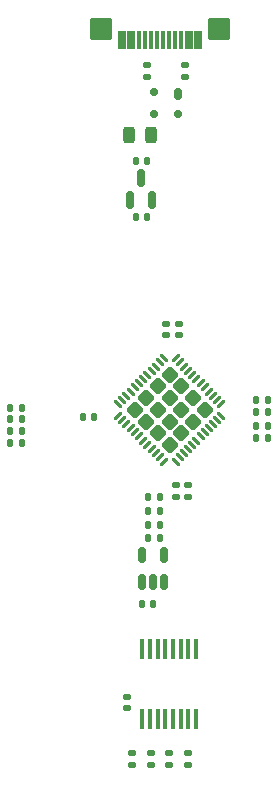
<source format=gbr>
%TF.GenerationSoftware,KiCad,Pcbnew,8.0.8*%
%TF.CreationDate,2025-03-01T19:05:43+01:00*%
%TF.ProjectId,numbpad,6e756d62-7061-4642-9e6b-696361645f70,rev?*%
%TF.SameCoordinates,Original*%
%TF.FileFunction,Paste,Bot*%
%TF.FilePolarity,Positive*%
%FSLAX46Y46*%
G04 Gerber Fmt 4.6, Leading zero omitted, Abs format (unit mm)*
G04 Created by KiCad (PCBNEW 8.0.8) date 2025-03-01 19:05:43*
%MOMM*%
%LPD*%
G01*
G04 APERTURE LIST*
G04 Aperture macros list*
%AMRoundRect*
0 Rectangle with rounded corners*
0 $1 Rounding radius*
0 $2 $3 $4 $5 $6 $7 $8 $9 X,Y pos of 4 corners*
0 Add a 4 corners polygon primitive as box body*
4,1,4,$2,$3,$4,$5,$6,$7,$8,$9,$2,$3,0*
0 Add four circle primitives for the rounded corners*
1,1,$1+$1,$2,$3*
1,1,$1+$1,$4,$5*
1,1,$1+$1,$6,$7*
1,1,$1+$1,$8,$9*
0 Add four rect primitives between the rounded corners*
20,1,$1+$1,$2,$3,$4,$5,0*
20,1,$1+$1,$4,$5,$6,$7,0*
20,1,$1+$1,$6,$7,$8,$9,0*
20,1,$1+$1,$8,$9,$2,$3,0*%
G04 Aperture macros list end*
%ADD10RoundRect,0.140000X-0.170000X0.140000X-0.170000X-0.140000X0.170000X-0.140000X0.170000X0.140000X0*%
%ADD11R,0.419100X1.778000*%
%ADD12RoundRect,0.135000X-0.185000X0.135000X-0.185000X-0.135000X0.185000X-0.135000X0.185000X0.135000X0*%
%ADD13RoundRect,0.135000X-0.135000X-0.185000X0.135000X-0.185000X0.135000X0.185000X-0.135000X0.185000X0*%
%ADD14RoundRect,0.140000X0.140000X0.170000X-0.140000X0.170000X-0.140000X-0.170000X0.140000X-0.170000X0*%
%ADD15RoundRect,0.140000X-0.140000X-0.170000X0.140000X-0.170000X0.140000X0.170000X-0.140000X0.170000X0*%
%ADD16RoundRect,0.140000X0.170000X-0.140000X0.170000X0.140000X-0.170000X0.140000X-0.170000X-0.140000X0*%
%ADD17RoundRect,0.135000X0.135000X0.185000X-0.135000X0.185000X-0.135000X-0.185000X0.135000X-0.185000X0*%
%ADD18RoundRect,0.250000X0.445477X0.000000X0.000000X0.445477X-0.445477X0.000000X0.000000X-0.445477X0*%
%ADD19RoundRect,0.062500X0.309359X-0.220971X-0.220971X0.309359X-0.309359X0.220971X0.220971X-0.309359X0*%
%ADD20RoundRect,0.062500X0.309359X0.220971X0.220971X0.309359X-0.309359X-0.220971X-0.220971X-0.309359X0*%
%ADD21RoundRect,0.050000X-0.300000X-0.725000X0.300000X-0.725000X0.300000X0.725000X-0.300000X0.725000X0*%
%ADD22RoundRect,0.050000X-0.150000X-0.725000X0.150000X-0.725000X0.150000X0.725000X-0.150000X0.725000X0*%
%ADD23RoundRect,0.050000X-0.850000X-0.850000X0.850000X-0.850000X0.850000X0.850000X-0.850000X0.850000X0*%
%ADD24RoundRect,0.150000X0.150000X-0.512500X0.150000X0.512500X-0.150000X0.512500X-0.150000X-0.512500X0*%
%ADD25RoundRect,0.150000X0.150000X-0.587500X0.150000X0.587500X-0.150000X0.587500X-0.150000X-0.587500X0*%
%ADD26RoundRect,0.243750X0.243750X0.456250X-0.243750X0.456250X-0.243750X-0.456250X0.243750X-0.456250X0*%
%ADD27RoundRect,0.175000X0.175000X0.325000X-0.175000X0.325000X-0.175000X-0.325000X0.175000X-0.325000X0*%
%ADD28RoundRect,0.150000X0.200000X0.150000X-0.200000X0.150000X-0.200000X-0.150000X0.200000X-0.150000X0*%
G04 APERTURE END LIST*
D10*
%TO.C,C7*%
X144462500Y-105402500D03*
X144462500Y-106362500D03*
%TD*%
%TO.C,C8*%
X143468750Y-105402500D03*
X143468750Y-106362500D03*
%TD*%
D11*
%TO.C,U4*%
X140601700Y-119263160D03*
X141251940Y-119263160D03*
X141902180Y-119263160D03*
X142552420Y-119263160D03*
X143197580Y-119263160D03*
X143847820Y-119263160D03*
X144498060Y-119263160D03*
X145148300Y-119263160D03*
X145148300Y-125211840D03*
X144498060Y-125211840D03*
X143847820Y-125211840D03*
X143197580Y-125211840D03*
X142552420Y-125211840D03*
X141902180Y-125211840D03*
X141251940Y-125211840D03*
X140601700Y-125211840D03*
%TD*%
D12*
%TO.C,R_USB2*%
X144164150Y-69784850D03*
X144164150Y-70804850D03*
%TD*%
%TO.C,R9*%
X144462500Y-128077500D03*
X144462500Y-129097500D03*
%TD*%
%TO.C,R7*%
X142875000Y-128077500D03*
X142875000Y-129097500D03*
%TD*%
D13*
%TO.C,R1*%
X150240872Y-98228801D03*
X151260872Y-98228801D03*
%TD*%
D14*
%TO.C,C5*%
X136525000Y-99618750D03*
X135565000Y-99618750D03*
%TD*%
D15*
%TO.C,C1*%
X150240872Y-101403801D03*
X151200872Y-101403801D03*
%TD*%
%TO.C,C11*%
X140541987Y-115462072D03*
X141501987Y-115462072D03*
%TD*%
%TO.C,C_LDO1*%
X140013750Y-77931250D03*
X140973750Y-77931250D03*
%TD*%
D16*
%TO.C,C3*%
X142575000Y-92672551D03*
X142575000Y-91712551D03*
%TD*%
D15*
%TO.C,C4*%
X150246844Y-100429031D03*
X151206844Y-100429031D03*
%TD*%
D17*
%TO.C,R5*%
X130401250Y-98825000D03*
X129381250Y-98825000D03*
%TD*%
D14*
%TO.C,C10*%
X142051250Y-109912072D03*
X141091250Y-109912072D03*
%TD*%
D17*
%TO.C,R13*%
X142072427Y-106362500D03*
X141052427Y-106362500D03*
%TD*%
D18*
%TO.C,U1*%
X142915704Y-101992399D03*
X143905653Y-101002450D03*
X144895603Y-100012500D03*
X145885552Y-99022551D03*
X141925755Y-101002450D03*
X142915704Y-100012500D03*
X143905653Y-99022551D03*
X144895603Y-98032602D03*
X140935805Y-100012500D03*
X141925755Y-99022551D03*
X142915704Y-98032602D03*
X143905653Y-97042652D03*
X139945856Y-99022551D03*
X140935805Y-98032602D03*
X141925755Y-97042652D03*
X142915704Y-96052703D03*
D19*
X147290927Y-99508687D03*
X146937374Y-99862240D03*
X146583820Y-100215794D03*
X146230267Y-100569347D03*
X145876714Y-100922900D03*
X145523160Y-101276454D03*
X145169607Y-101630007D03*
X144816053Y-101983561D03*
X144462500Y-102337114D03*
X144108947Y-102690667D03*
X143755393Y-103044221D03*
X143401840Y-103397774D03*
D20*
X142429568Y-103397774D03*
X142076015Y-103044221D03*
X141722461Y-102690667D03*
X141368908Y-102337114D03*
X141015355Y-101983561D03*
X140661801Y-101630007D03*
X140308248Y-101276454D03*
X139954694Y-100922900D03*
X139601141Y-100569347D03*
X139247588Y-100215794D03*
X138894034Y-99862240D03*
X138540481Y-99508687D03*
D19*
X138540481Y-98536415D03*
X138894034Y-98182862D03*
X139247588Y-97829308D03*
X139601141Y-97475755D03*
X139954694Y-97122202D03*
X140308248Y-96768648D03*
X140661801Y-96415095D03*
X141015355Y-96061541D03*
X141368908Y-95707988D03*
X141722461Y-95354435D03*
X142076015Y-95000881D03*
X142429568Y-94647328D03*
D20*
X143401840Y-94647328D03*
X143755393Y-95000881D03*
X144108947Y-95354435D03*
X144462500Y-95707988D03*
X144816053Y-96061541D03*
X145169607Y-96415095D03*
X145523160Y-96768648D03*
X145876714Y-97122202D03*
X146230267Y-97475755D03*
X146583820Y-97829308D03*
X146937374Y-98182862D03*
X147290927Y-98536415D03*
%TD*%
D13*
%TO.C,R12*%
X141061250Y-108743750D03*
X142081250Y-108743750D03*
%TD*%
D10*
%TO.C,C9*%
X139306250Y-123345000D03*
X139306250Y-124305000D03*
%TD*%
D15*
%TO.C,C_LDO2*%
X140013750Y-82693750D03*
X140973750Y-82693750D03*
%TD*%
D17*
%TO.C,R3*%
X130391710Y-101837418D03*
X129371710Y-101837418D03*
%TD*%
D21*
%TO.C,USB1*%
X138856250Y-67677000D03*
X139631250Y-67677000D03*
D22*
X140331250Y-67677000D03*
X140831250Y-67677000D03*
X141331250Y-67677000D03*
X141831250Y-67677000D03*
X142331250Y-67677000D03*
X142831250Y-67677000D03*
X143331250Y-67677000D03*
X143831250Y-67677000D03*
D21*
X144531250Y-67677000D03*
X145306250Y-67677000D03*
D23*
X137081250Y-66782000D03*
X147081250Y-66782000D03*
%TD*%
D16*
%TO.C,C6*%
X143668750Y-92673365D03*
X143668750Y-91713365D03*
%TD*%
D24*
%TO.C,U5*%
X142451987Y-113624572D03*
X141501987Y-113624572D03*
X140551987Y-113624572D03*
X140551987Y-111349572D03*
X142451987Y-111349572D03*
%TD*%
D17*
%TO.C,R11*%
X142081250Y-107550000D03*
X141061250Y-107550000D03*
%TD*%
D12*
%TO.C,R6*%
X139700000Y-128077500D03*
X139700000Y-129097500D03*
%TD*%
D25*
%TO.C,U3*%
X141443750Y-81250000D03*
X139543750Y-81250000D03*
X140493750Y-79375000D03*
%TD*%
D12*
%TO.C,R8*%
X141287500Y-128077500D03*
X141287500Y-129097500D03*
%TD*%
D17*
%TO.C,R4*%
X130401250Y-99806250D03*
X129381250Y-99806250D03*
%TD*%
%TO.C,R2*%
X130401250Y-100806250D03*
X129381250Y-100806250D03*
%TD*%
D15*
%TO.C,C2*%
X150252792Y-99231581D03*
X151212792Y-99231581D03*
%TD*%
D26*
%TO.C,F1*%
X141332900Y-75741100D03*
X139457900Y-75741100D03*
%TD*%
D12*
%TO.C,R_USB1*%
X140989150Y-69784850D03*
X140989150Y-70804850D03*
%TD*%
D27*
%TO.C,U2*%
X143576650Y-72309850D03*
D28*
X143576650Y-74009850D03*
X141576650Y-74009850D03*
X141576650Y-72109850D03*
%TD*%
M02*

</source>
